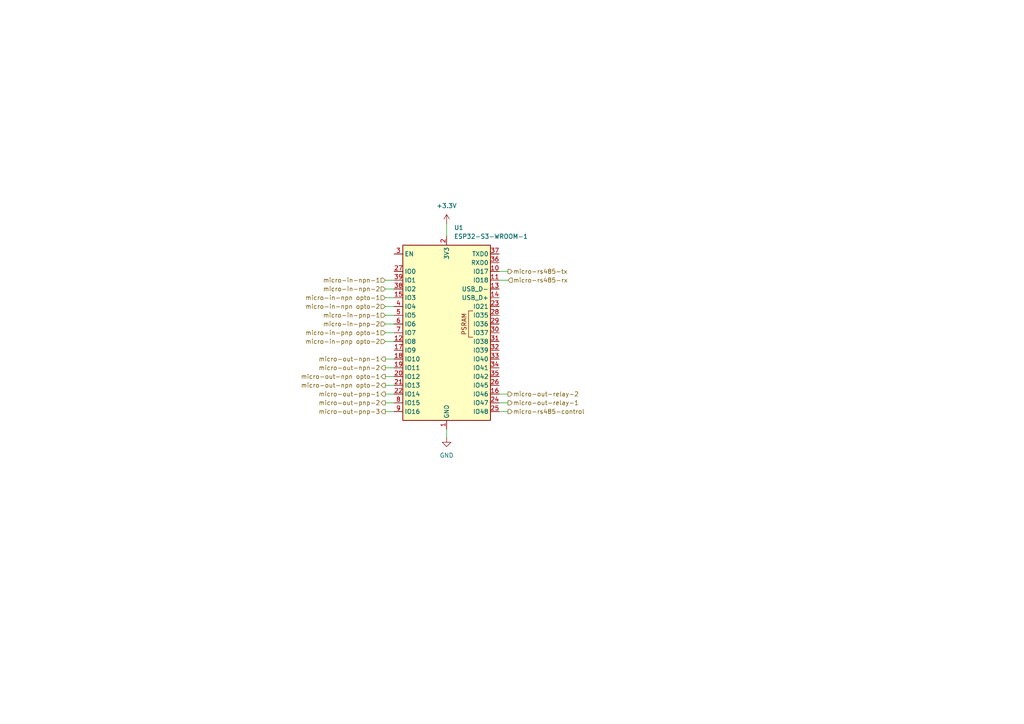
<source format=kicad_sch>
(kicad_sch
	(version 20250114)
	(generator "eeschema")
	(generator_version "9.0")
	(uuid "53eea8a8-a8f2-4e24-90b1-081730e2f4ef")
	(paper "A4")
	(lib_symbols
		(symbol "RF_Module:ESP32-S3-WROOM-1"
			(exclude_from_sim no)
			(in_bom yes)
			(on_board yes)
			(property "Reference" "U"
				(at -12.7 26.67 0)
				(effects
					(font
						(size 1.27 1.27)
					)
				)
			)
			(property "Value" "ESP32-S3-WROOM-1"
				(at 12.7 26.67 0)
				(effects
					(font
						(size 1.27 1.27)
					)
				)
			)
			(property "Footprint" "RF_Module:ESP32-S3-WROOM-1"
				(at 0 2.54 0)
				(effects
					(font
						(size 1.27 1.27)
					)
					(hide yes)
				)
			)
			(property "Datasheet" "https://www.espressif.com/sites/default/files/documentation/esp32-s3-wroom-1_wroom-1u_datasheet_en.pdf"
				(at 0 0 0)
				(effects
					(font
						(size 1.27 1.27)
					)
					(hide yes)
				)
			)
			(property "Description" "RF Module, ESP32-S3 SoC, Wi-Fi 802.11b/g/n, Bluetooth, BLE, 32-bit, 3.3V, onboard antenna, SMD"
				(at 0 0 0)
				(effects
					(font
						(size 1.27 1.27)
					)
					(hide yes)
				)
			)
			(property "ki_keywords" "RF Radio BT ESP ESP32-S3 Espressif onboard PCB antenna"
				(at 0 0 0)
				(effects
					(font
						(size 1.27 1.27)
					)
					(hide yes)
				)
			)
			(property "ki_fp_filters" "ESP32?S3?WROOM?1*"
				(at 0 0 0)
				(effects
					(font
						(size 1.27 1.27)
					)
					(hide yes)
				)
			)
			(symbol "ESP32-S3-WROOM-1_0_0"
				(rectangle
					(start -12.7 25.4)
					(end 12.7 -25.4)
					(stroke
						(width 0.254)
						(type default)
					)
					(fill
						(type background)
					)
				)
				(text "PSRAM"
					(at 5.08 2.54 900)
					(effects
						(font
							(size 1.27 1.27)
						)
					)
				)
			)
			(symbol "ESP32-S3-WROOM-1_0_1"
				(polyline
					(pts
						(xy 7.62 -1.27) (xy 6.35 -1.27) (xy 6.35 6.35) (xy 7.62 6.35)
					)
					(stroke
						(width 0)
						(type default)
					)
					(fill
						(type none)
					)
				)
			)
			(symbol "ESP32-S3-WROOM-1_1_1"
				(pin input line
					(at -15.24 22.86 0)
					(length 2.54)
					(name "EN"
						(effects
							(font
								(size 1.27 1.27)
							)
						)
					)
					(number "3"
						(effects
							(font
								(size 1.27 1.27)
							)
						)
					)
				)
				(pin bidirectional line
					(at -15.24 17.78 0)
					(length 2.54)
					(name "IO0"
						(effects
							(font
								(size 1.27 1.27)
							)
						)
					)
					(number "27"
						(effects
							(font
								(size 1.27 1.27)
							)
						)
					)
				)
				(pin bidirectional line
					(at -15.24 15.24 0)
					(length 2.54)
					(name "IO1"
						(effects
							(font
								(size 1.27 1.27)
							)
						)
					)
					(number "39"
						(effects
							(font
								(size 1.27 1.27)
							)
						)
					)
				)
				(pin bidirectional line
					(at -15.24 12.7 0)
					(length 2.54)
					(name "IO2"
						(effects
							(font
								(size 1.27 1.27)
							)
						)
					)
					(number "38"
						(effects
							(font
								(size 1.27 1.27)
							)
						)
					)
				)
				(pin bidirectional line
					(at -15.24 10.16 0)
					(length 2.54)
					(name "IO3"
						(effects
							(font
								(size 1.27 1.27)
							)
						)
					)
					(number "15"
						(effects
							(font
								(size 1.27 1.27)
							)
						)
					)
				)
				(pin bidirectional line
					(at -15.24 7.62 0)
					(length 2.54)
					(name "IO4"
						(effects
							(font
								(size 1.27 1.27)
							)
						)
					)
					(number "4"
						(effects
							(font
								(size 1.27 1.27)
							)
						)
					)
				)
				(pin bidirectional line
					(at -15.24 5.08 0)
					(length 2.54)
					(name "IO5"
						(effects
							(font
								(size 1.27 1.27)
							)
						)
					)
					(number "5"
						(effects
							(font
								(size 1.27 1.27)
							)
						)
					)
				)
				(pin bidirectional line
					(at -15.24 2.54 0)
					(length 2.54)
					(name "IO6"
						(effects
							(font
								(size 1.27 1.27)
							)
						)
					)
					(number "6"
						(effects
							(font
								(size 1.27 1.27)
							)
						)
					)
				)
				(pin bidirectional line
					(at -15.24 0 0)
					(length 2.54)
					(name "IO7"
						(effects
							(font
								(size 1.27 1.27)
							)
						)
					)
					(number "7"
						(effects
							(font
								(size 1.27 1.27)
							)
						)
					)
				)
				(pin bidirectional line
					(at -15.24 -2.54 0)
					(length 2.54)
					(name "IO8"
						(effects
							(font
								(size 1.27 1.27)
							)
						)
					)
					(number "12"
						(effects
							(font
								(size 1.27 1.27)
							)
						)
					)
				)
				(pin bidirectional line
					(at -15.24 -5.08 0)
					(length 2.54)
					(name "IO9"
						(effects
							(font
								(size 1.27 1.27)
							)
						)
					)
					(number "17"
						(effects
							(font
								(size 1.27 1.27)
							)
						)
					)
				)
				(pin bidirectional line
					(at -15.24 -7.62 0)
					(length 2.54)
					(name "IO10"
						(effects
							(font
								(size 1.27 1.27)
							)
						)
					)
					(number "18"
						(effects
							(font
								(size 1.27 1.27)
							)
						)
					)
				)
				(pin bidirectional line
					(at -15.24 -10.16 0)
					(length 2.54)
					(name "IO11"
						(effects
							(font
								(size 1.27 1.27)
							)
						)
					)
					(number "19"
						(effects
							(font
								(size 1.27 1.27)
							)
						)
					)
				)
				(pin bidirectional line
					(at -15.24 -12.7 0)
					(length 2.54)
					(name "IO12"
						(effects
							(font
								(size 1.27 1.27)
							)
						)
					)
					(number "20"
						(effects
							(font
								(size 1.27 1.27)
							)
						)
					)
				)
				(pin bidirectional line
					(at -15.24 -15.24 0)
					(length 2.54)
					(name "IO13"
						(effects
							(font
								(size 1.27 1.27)
							)
						)
					)
					(number "21"
						(effects
							(font
								(size 1.27 1.27)
							)
						)
					)
				)
				(pin bidirectional line
					(at -15.24 -17.78 0)
					(length 2.54)
					(name "IO14"
						(effects
							(font
								(size 1.27 1.27)
							)
						)
					)
					(number "22"
						(effects
							(font
								(size 1.27 1.27)
							)
						)
					)
				)
				(pin bidirectional line
					(at -15.24 -20.32 0)
					(length 2.54)
					(name "IO15"
						(effects
							(font
								(size 1.27 1.27)
							)
						)
					)
					(number "8"
						(effects
							(font
								(size 1.27 1.27)
							)
						)
					)
				)
				(pin bidirectional line
					(at -15.24 -22.86 0)
					(length 2.54)
					(name "IO16"
						(effects
							(font
								(size 1.27 1.27)
							)
						)
					)
					(number "9"
						(effects
							(font
								(size 1.27 1.27)
							)
						)
					)
				)
				(pin power_in line
					(at 0 27.94 270)
					(length 2.54)
					(name "3V3"
						(effects
							(font
								(size 1.27 1.27)
							)
						)
					)
					(number "2"
						(effects
							(font
								(size 1.27 1.27)
							)
						)
					)
				)
				(pin power_in line
					(at 0 -27.94 90)
					(length 2.54)
					(name "GND"
						(effects
							(font
								(size 1.27 1.27)
							)
						)
					)
					(number "1"
						(effects
							(font
								(size 1.27 1.27)
							)
						)
					)
				)
				(pin passive line
					(at 0 -27.94 90)
					(length 2.54)
					(hide yes)
					(name "GND"
						(effects
							(font
								(size 1.27 1.27)
							)
						)
					)
					(number "40"
						(effects
							(font
								(size 1.27 1.27)
							)
						)
					)
				)
				(pin passive line
					(at 0 -27.94 90)
					(length 2.54)
					(hide yes)
					(name "GND"
						(effects
							(font
								(size 1.27 1.27)
							)
						)
					)
					(number "41"
						(effects
							(font
								(size 1.27 1.27)
							)
						)
					)
				)
				(pin bidirectional line
					(at 15.24 22.86 180)
					(length 2.54)
					(name "TXD0"
						(effects
							(font
								(size 1.27 1.27)
							)
						)
					)
					(number "37"
						(effects
							(font
								(size 1.27 1.27)
							)
						)
					)
				)
				(pin bidirectional line
					(at 15.24 20.32 180)
					(length 2.54)
					(name "RXD0"
						(effects
							(font
								(size 1.27 1.27)
							)
						)
					)
					(number "36"
						(effects
							(font
								(size 1.27 1.27)
							)
						)
					)
				)
				(pin bidirectional line
					(at 15.24 17.78 180)
					(length 2.54)
					(name "IO17"
						(effects
							(font
								(size 1.27 1.27)
							)
						)
					)
					(number "10"
						(effects
							(font
								(size 1.27 1.27)
							)
						)
					)
				)
				(pin bidirectional line
					(at 15.24 15.24 180)
					(length 2.54)
					(name "IO18"
						(effects
							(font
								(size 1.27 1.27)
							)
						)
					)
					(number "11"
						(effects
							(font
								(size 1.27 1.27)
							)
						)
					)
				)
				(pin bidirectional line
					(at 15.24 12.7 180)
					(length 2.54)
					(name "USB_D-"
						(effects
							(font
								(size 1.27 1.27)
							)
						)
					)
					(number "13"
						(effects
							(font
								(size 1.27 1.27)
							)
						)
					)
					(alternate "IO19" bidirectional line)
				)
				(pin bidirectional line
					(at 15.24 10.16 180)
					(length 2.54)
					(name "USB_D+"
						(effects
							(font
								(size 1.27 1.27)
							)
						)
					)
					(number "14"
						(effects
							(font
								(size 1.27 1.27)
							)
						)
					)
					(alternate "IO20" bidirectional line)
				)
				(pin bidirectional line
					(at 15.24 7.62 180)
					(length 2.54)
					(name "IO21"
						(effects
							(font
								(size 1.27 1.27)
							)
						)
					)
					(number "23"
						(effects
							(font
								(size 1.27 1.27)
							)
						)
					)
				)
				(pin bidirectional line
					(at 15.24 5.08 180)
					(length 2.54)
					(name "IO35"
						(effects
							(font
								(size 1.27 1.27)
							)
						)
					)
					(number "28"
						(effects
							(font
								(size 1.27 1.27)
							)
						)
					)
				)
				(pin bidirectional line
					(at 15.24 2.54 180)
					(length 2.54)
					(name "IO36"
						(effects
							(font
								(size 1.27 1.27)
							)
						)
					)
					(number "29"
						(effects
							(font
								(size 1.27 1.27)
							)
						)
					)
				)
				(pin bidirectional line
					(at 15.24 0 180)
					(length 2.54)
					(name "IO37"
						(effects
							(font
								(size 1.27 1.27)
							)
						)
					)
					(number "30"
						(effects
							(font
								(size 1.27 1.27)
							)
						)
					)
				)
				(pin bidirectional line
					(at 15.24 -2.54 180)
					(length 2.54)
					(name "IO38"
						(effects
							(font
								(size 1.27 1.27)
							)
						)
					)
					(number "31"
						(effects
							(font
								(size 1.27 1.27)
							)
						)
					)
				)
				(pin bidirectional line
					(at 15.24 -5.08 180)
					(length 2.54)
					(name "IO39"
						(effects
							(font
								(size 1.27 1.27)
							)
						)
					)
					(number "32"
						(effects
							(font
								(size 1.27 1.27)
							)
						)
					)
				)
				(pin bidirectional line
					(at 15.24 -7.62 180)
					(length 2.54)
					(name "IO40"
						(effects
							(font
								(size 1.27 1.27)
							)
						)
					)
					(number "33"
						(effects
							(font
								(size 1.27 1.27)
							)
						)
					)
				)
				(pin bidirectional line
					(at 15.24 -10.16 180)
					(length 2.54)
					(name "IO41"
						(effects
							(font
								(size 1.27 1.27)
							)
						)
					)
					(number "34"
						(effects
							(font
								(size 1.27 1.27)
							)
						)
					)
				)
				(pin bidirectional line
					(at 15.24 -12.7 180)
					(length 2.54)
					(name "IO42"
						(effects
							(font
								(size 1.27 1.27)
							)
						)
					)
					(number "35"
						(effects
							(font
								(size 1.27 1.27)
							)
						)
					)
				)
				(pin bidirectional line
					(at 15.24 -15.24 180)
					(length 2.54)
					(name "IO45"
						(effects
							(font
								(size 1.27 1.27)
							)
						)
					)
					(number "26"
						(effects
							(font
								(size 1.27 1.27)
							)
						)
					)
				)
				(pin bidirectional line
					(at 15.24 -17.78 180)
					(length 2.54)
					(name "IO46"
						(effects
							(font
								(size 1.27 1.27)
							)
						)
					)
					(number "16"
						(effects
							(font
								(size 1.27 1.27)
							)
						)
					)
				)
				(pin bidirectional line
					(at 15.24 -20.32 180)
					(length 2.54)
					(name "IO47"
						(effects
							(font
								(size 1.27 1.27)
							)
						)
					)
					(number "24"
						(effects
							(font
								(size 1.27 1.27)
							)
						)
					)
				)
				(pin bidirectional line
					(at 15.24 -22.86 180)
					(length 2.54)
					(name "IO48"
						(effects
							(font
								(size 1.27 1.27)
							)
						)
					)
					(number "25"
						(effects
							(font
								(size 1.27 1.27)
							)
						)
					)
				)
			)
			(embedded_fonts no)
		)
		(symbol "power:+3.3V"
			(power)
			(pin_numbers
				(hide yes)
			)
			(pin_names
				(offset 0)
				(hide yes)
			)
			(exclude_from_sim no)
			(in_bom yes)
			(on_board yes)
			(property "Reference" "#PWR"
				(at 0 -3.81 0)
				(effects
					(font
						(size 1.27 1.27)
					)
					(hide yes)
				)
			)
			(property "Value" "+3.3V"
				(at 0 3.556 0)
				(effects
					(font
						(size 1.27 1.27)
					)
				)
			)
			(property "Footprint" ""
				(at 0 0 0)
				(effects
					(font
						(size 1.27 1.27)
					)
					(hide yes)
				)
			)
			(property "Datasheet" ""
				(at 0 0 0)
				(effects
					(font
						(size 1.27 1.27)
					)
					(hide yes)
				)
			)
			(property "Description" "Power symbol creates a global label with name \"+3.3V\""
				(at 0 0 0)
				(effects
					(font
						(size 1.27 1.27)
					)
					(hide yes)
				)
			)
			(property "ki_keywords" "global power"
				(at 0 0 0)
				(effects
					(font
						(size 1.27 1.27)
					)
					(hide yes)
				)
			)
			(symbol "+3.3V_0_1"
				(polyline
					(pts
						(xy -0.762 1.27) (xy 0 2.54)
					)
					(stroke
						(width 0)
						(type default)
					)
					(fill
						(type none)
					)
				)
				(polyline
					(pts
						(xy 0 2.54) (xy 0.762 1.27)
					)
					(stroke
						(width 0)
						(type default)
					)
					(fill
						(type none)
					)
				)
				(polyline
					(pts
						(xy 0 0) (xy 0 2.54)
					)
					(stroke
						(width 0)
						(type default)
					)
					(fill
						(type none)
					)
				)
			)
			(symbol "+3.3V_1_1"
				(pin power_in line
					(at 0 0 90)
					(length 0)
					(name "~"
						(effects
							(font
								(size 1.27 1.27)
							)
						)
					)
					(number "1"
						(effects
							(font
								(size 1.27 1.27)
							)
						)
					)
				)
			)
			(embedded_fonts no)
		)
		(symbol "power:GND"
			(power)
			(pin_numbers
				(hide yes)
			)
			(pin_names
				(offset 0)
				(hide yes)
			)
			(exclude_from_sim no)
			(in_bom yes)
			(on_board yes)
			(property "Reference" "#PWR"
				(at 0 -6.35 0)
				(effects
					(font
						(size 1.27 1.27)
					)
					(hide yes)
				)
			)
			(property "Value" "GND"
				(at 0 -3.81 0)
				(effects
					(font
						(size 1.27 1.27)
					)
				)
			)
			(property "Footprint" ""
				(at 0 0 0)
				(effects
					(font
						(size 1.27 1.27)
					)
					(hide yes)
				)
			)
			(property "Datasheet" ""
				(at 0 0 0)
				(effects
					(font
						(size 1.27 1.27)
					)
					(hide yes)
				)
			)
			(property "Description" "Power symbol creates a global label with name \"GND\" , ground"
				(at 0 0 0)
				(effects
					(font
						(size 1.27 1.27)
					)
					(hide yes)
				)
			)
			(property "ki_keywords" "global power"
				(at 0 0 0)
				(effects
					(font
						(size 1.27 1.27)
					)
					(hide yes)
				)
			)
			(symbol "GND_0_1"
				(polyline
					(pts
						(xy 0 0) (xy 0 -1.27) (xy 1.27 -1.27) (xy 0 -2.54) (xy -1.27 -1.27) (xy 0 -1.27)
					)
					(stroke
						(width 0)
						(type default)
					)
					(fill
						(type none)
					)
				)
			)
			(symbol "GND_1_1"
				(pin power_in line
					(at 0 0 270)
					(length 0)
					(name "~"
						(effects
							(font
								(size 1.27 1.27)
							)
						)
					)
					(number "1"
						(effects
							(font
								(size 1.27 1.27)
							)
						)
					)
				)
			)
			(embedded_fonts no)
		)
	)
	(wire
		(pts
			(xy 144.78 78.74) (xy 147.32 78.74)
		)
		(stroke
			(width 0)
			(type default)
		)
		(uuid "343ce293-1913-49bb-8cab-30df3dbbbdd5")
	)
	(wire
		(pts
			(xy 129.54 64.77) (xy 129.54 68.58)
		)
		(stroke
			(width 0)
			(type default)
		)
		(uuid "41a972a7-74fa-4fa9-9e94-9bb15c2dcd26")
	)
	(wire
		(pts
			(xy 111.76 83.82) (xy 114.3 83.82)
		)
		(stroke
			(width 0)
			(type default)
		)
		(uuid "4a2b865e-fe7f-4322-aae9-4ce83cb7c361")
	)
	(wire
		(pts
			(xy 111.76 104.14) (xy 114.3 104.14)
		)
		(stroke
			(width 0)
			(type default)
		)
		(uuid "5214c0d0-f884-42a4-9d8b-2fc268c93d74")
	)
	(wire
		(pts
			(xy 111.76 96.52) (xy 114.3 96.52)
		)
		(stroke
			(width 0)
			(type default)
		)
		(uuid "88c52df9-6d3b-4204-b399-9cc3fb294ac8")
	)
	(wire
		(pts
			(xy 111.76 106.68) (xy 114.3 106.68)
		)
		(stroke
			(width 0)
			(type default)
		)
		(uuid "9444ff10-bd96-45de-a90d-af58c89e2a99")
	)
	(wire
		(pts
			(xy 144.78 114.3) (xy 147.32 114.3)
		)
		(stroke
			(width 0)
			(type default)
		)
		(uuid "9d25c0e0-e119-46c6-bc07-51738462bc0c")
	)
	(wire
		(pts
			(xy 111.76 91.44) (xy 114.3 91.44)
		)
		(stroke
			(width 0)
			(type default)
		)
		(uuid "a08216c5-3751-4165-bfcb-1ea6626dab90")
	)
	(wire
		(pts
			(xy 111.76 99.06) (xy 114.3 99.06)
		)
		(stroke
			(width 0)
			(type default)
		)
		(uuid "ab036c01-9110-4cfb-813f-d80fe866b26e")
	)
	(wire
		(pts
			(xy 111.76 116.84) (xy 114.3 116.84)
		)
		(stroke
			(width 0)
			(type default)
		)
		(uuid "abcb6d7e-0552-478c-a133-38489d2a75b7")
	)
	(wire
		(pts
			(xy 111.76 81.28) (xy 114.3 81.28)
		)
		(stroke
			(width 0)
			(type default)
		)
		(uuid "ad7e170a-7e2f-4af1-bb21-49cf82972540")
	)
	(wire
		(pts
			(xy 129.54 124.46) (xy 129.54 127)
		)
		(stroke
			(width 0)
			(type default)
		)
		(uuid "b5066c92-8819-476e-8d32-4fc072634cec")
	)
	(wire
		(pts
			(xy 111.76 109.22) (xy 114.3 109.22)
		)
		(stroke
			(width 0)
			(type default)
		)
		(uuid "c5a21734-255f-463e-8f8d-e56b3a2cd3db")
	)
	(wire
		(pts
			(xy 111.76 86.36) (xy 114.3 86.36)
		)
		(stroke
			(width 0)
			(type default)
		)
		(uuid "cb3b0c40-68d3-49a7-9272-d4f08f8c7811")
	)
	(wire
		(pts
			(xy 144.78 116.84) (xy 147.32 116.84)
		)
		(stroke
			(width 0)
			(type default)
		)
		(uuid "d669c14d-47a9-48ce-bf46-20c84f0b5912")
	)
	(wire
		(pts
			(xy 111.76 119.38) (xy 114.3 119.38)
		)
		(stroke
			(width 0)
			(type default)
		)
		(uuid "d9fe2e5a-e68d-4369-ae62-939903e6a375")
	)
	(wire
		(pts
			(xy 144.78 119.38) (xy 147.32 119.38)
		)
		(stroke
			(width 0)
			(type default)
		)
		(uuid "dfc38459-d10d-4b88-8493-9efc5c49b290")
	)
	(wire
		(pts
			(xy 144.78 81.28) (xy 147.32 81.28)
		)
		(stroke
			(width 0)
			(type default)
		)
		(uuid "eb517170-f9b6-41c5-9ae3-8835c07bd896")
	)
	(wire
		(pts
			(xy 111.76 111.76) (xy 114.3 111.76)
		)
		(stroke
			(width 0)
			(type default)
		)
		(uuid "f027931d-876f-4e00-acb4-04f145592fab")
	)
	(wire
		(pts
			(xy 111.76 88.9) (xy 114.3 88.9)
		)
		(stroke
			(width 0)
			(type default)
		)
		(uuid "f23e876f-d059-418b-9022-532cd34c860c")
	)
	(wire
		(pts
			(xy 111.76 114.3) (xy 114.3 114.3)
		)
		(stroke
			(width 0)
			(type default)
		)
		(uuid "f2805e55-0ba3-4ae8-8696-b60d5398252d")
	)
	(wire
		(pts
			(xy 111.76 93.98) (xy 114.3 93.98)
		)
		(stroke
			(width 0)
			(type default)
		)
		(uuid "f983cecc-7ee2-476f-8c97-c5948b726b25")
	)
	(hierarchical_label "micro-in-pnp opto-2"
		(shape input)
		(at 111.76 99.06 180)
		(effects
			(font
				(size 1.27 1.27)
			)
			(justify right)
		)
		(uuid "027d14ca-8e92-4895-955d-38b60dc0d74d")
	)
	(hierarchical_label "micro-in-pnp-2"
		(shape input)
		(at 111.76 93.98 180)
		(effects
			(font
				(size 1.27 1.27)
			)
			(justify right)
		)
		(uuid "0bdb100d-0471-4941-96f1-c04aea6aaec3")
	)
	(hierarchical_label "micro-out-npn opto-2"
		(shape output)
		(at 111.76 111.76 180)
		(effects
			(font
				(size 1.27 1.27)
			)
			(justify right)
		)
		(uuid "2f2db001-39b6-422d-b53e-2c14585ac9ea")
	)
	(hierarchical_label "micro-out-npn-1"
		(shape output)
		(at 111.76 104.14 180)
		(effects
			(font
				(size 1.27 1.27)
			)
			(justify right)
		)
		(uuid "3690e6f9-6436-49ab-bfe1-4813b2aa088b")
	)
	(hierarchical_label "micro-rs485-control"
		(shape output)
		(at 147.32 119.38 0)
		(effects
			(font
				(size 1.27 1.27)
			)
			(justify left)
		)
		(uuid "487467d1-cb89-4cf1-9f95-49d4721d744b")
	)
	(hierarchical_label "micro-in-npn opto-1"
		(shape input)
		(at 111.76 86.36 180)
		(effects
			(font
				(size 1.27 1.27)
			)
			(justify right)
		)
		(uuid "6e676b5a-d20d-4828-b4a0-df8c5a9fcbe5")
	)
	(hierarchical_label "micro-out-pnp-2"
		(shape output)
		(at 111.76 116.84 180)
		(effects
			(font
				(size 1.27 1.27)
			)
			(justify right)
		)
		(uuid "8ae951ae-b3cc-4a79-a1df-2069c62c6c63")
	)
	(hierarchical_label "micro-in-npn opto-2"
		(shape input)
		(at 111.76 88.9 180)
		(effects
			(font
				(size 1.27 1.27)
			)
			(justify right)
		)
		(uuid "9a3cbf34-e132-48e7-ace2-3f42de5830d6")
	)
	(hierarchical_label "micro-in-npn-1"
		(shape input)
		(at 111.76 81.28 180)
		(effects
			(font
				(size 1.27 1.27)
			)
			(justify right)
		)
		(uuid "a2fcd56e-dabf-4619-8cc6-7808a13c5738")
	)
	(hierarchical_label "micro-out-npn opto-1"
		(shape output)
		(at 111.76 109.22 180)
		(effects
			(font
				(size 1.27 1.27)
			)
			(justify right)
		)
		(uuid "a735f74a-17eb-4b23-a249-65b1c924aa15")
	)
	(hierarchical_label "micro-out-npn-2"
		(shape output)
		(at 111.76 106.68 180)
		(effects
			(font
				(size 1.27 1.27)
			)
			(justify right)
		)
		(uuid "ae144cc8-a5da-4f95-b8e5-44ae6c95b4d1")
	)
	(hierarchical_label "micro-in-pnp opto-1"
		(shape input)
		(at 111.76 96.52 180)
		(effects
			(font
				(size 1.27 1.27)
			)
			(justify right)
		)
		(uuid "c2565efa-daeb-4dac-8774-8504ed66242b")
	)
	(hierarchical_label "micro-out-pnp-3"
		(shape output)
		(at 111.76 119.38 180)
		(effects
			(font
				(size 1.27 1.27)
			)
			(justify right)
		)
		(uuid "c342f119-e6b1-45a2-abdf-a75238178e6f")
	)
	(hierarchical_label "micro-rs485-rx"
		(shape input)
		(at 147.32 81.28 0)
		(effects
			(font
				(size 1.27 1.27)
			)
			(justify left)
		)
		(uuid "c6959579-cb91-4711-8a78-a71be21b1190")
	)
	(hierarchical_label "micro-out-pnp-1"
		(shape output)
		(at 111.76 114.3 180)
		(effects
			(font
				(size 1.27 1.27)
			)
			(justify right)
		)
		(uuid "d63c2165-0f45-43d1-984f-9666d6d8ec6d")
	)
	(hierarchical_label "micro-out-relay-1"
		(shape output)
		(at 147.32 116.84 0)
		(effects
			(font
				(size 1.27 1.27)
			)
			(justify left)
		)
		(uuid "e51929a8-0c15-48a5-ba18-ce00ec17a8ca")
	)
	(hierarchical_label "micro-in-pnp-1"
		(shape input)
		(at 111.76 91.44 180)
		(effects
			(font
				(size 1.27 1.27)
			)
			(justify right)
		)
		(uuid "e5ad8fe8-93c6-4969-9c5c-d3ae83a60272")
	)
	(hierarchical_label "micro-out-relay-2"
		(shape output)
		(at 147.32 114.3 0)
		(effects
			(font
				(size 1.27 1.27)
			)
			(justify left)
		)
		(uuid "e8ce66bb-8bd6-41e3-8b0e-67f295f5facb")
	)
	(hierarchical_label "micro-rs485-tx"
		(shape output)
		(at 147.32 78.74 0)
		(effects
			(font
				(size 1.27 1.27)
			)
			(justify left)
		)
		(uuid "f1efeb62-6598-417b-a5bc-8dd3b4367988")
	)
	(hierarchical_label "micro-in-npn-2"
		(shape input)
		(at 111.76 83.82 180)
		(effects
			(font
				(size 1.27 1.27)
			)
			(justify right)
		)
		(uuid "f57d8928-520a-4313-9122-4a46b1141a75")
	)
	(symbol
		(lib_id "RF_Module:ESP32-S3-WROOM-1")
		(at 129.54 96.52 0)
		(unit 1)
		(exclude_from_sim no)
		(in_bom yes)
		(on_board yes)
		(dnp no)
		(fields_autoplaced yes)
		(uuid "709e23fc-0f60-46ec-9447-b439b6acada9")
		(property "Reference" "U1"
			(at 131.6833 66.04 0)
			(effects
				(font
					(size 1.27 1.27)
				)
				(justify left)
			)
		)
		(property "Value" "ESP32-S3-WROOM-1"
			(at 131.6833 68.58 0)
			(effects
				(font
					(size 1.27 1.27)
				)
				(justify left)
			)
		)
		(property "Footprint" "PCM_SL_Development_Boards:DOIT_ESP32_DEVKIT_36Pins"
			(at 129.54 93.98 0)
			(effects
				(font
					(size 1.27 1.27)
				)
				(hide yes)
			)
		)
		(property "Datasheet" "https://www.espressif.com/sites/default/files/documentation/esp32-s3-wroom-1_wroom-1u_datasheet_en.pdf"
			(at 129.54 96.52 0)
			(effects
				(font
					(size 1.27 1.27)
				)
				(hide yes)
			)
		)
		(property "Description" "RF Module, ESP32-S3 SoC, Wi-Fi 802.11b/g/n, Bluetooth, BLE, 32-bit, 3.3V, onboard antenna, SMD"
			(at 129.54 96.52 0)
			(effects
				(font
					(size 1.27 1.27)
				)
				(hide yes)
			)
		)
		(pin "3"
			(uuid "34b091ce-3b0b-4b30-8183-f411c20507ef")
		)
		(pin "12"
			(uuid "d9f8ce9c-7c7c-4e95-a88a-3cd877ac878a")
		)
		(pin "27"
			(uuid "af65d796-5748-42be-8010-e27aca00b326")
		)
		(pin "39"
			(uuid "88a0dd0f-709b-4ad1-9bf2-b735cb4e45f8")
		)
		(pin "38"
			(uuid "f3b1774e-b42e-4cad-a1e8-b6c17017d370")
		)
		(pin "15"
			(uuid "edae0a46-b8d1-4698-b470-f1b428a095c0")
		)
		(pin "4"
			(uuid "5cb16ea6-fda1-4ec6-b6c1-325a917f246f")
		)
		(pin "5"
			(uuid "28bedc29-def4-40b8-a1c9-d2173a2f6ef0")
		)
		(pin "6"
			(uuid "ac72bac2-dda1-4687-97c2-d84dad2b5033")
		)
		(pin "7"
			(uuid "aba5dead-2071-4a0a-a197-f59cfd8f0209")
		)
		(pin "13"
			(uuid "4d763109-9f20-4387-b326-49bfb77f39d6")
		)
		(pin "23"
			(uuid "264d4966-f25b-430b-8744-708545422b80")
		)
		(pin "29"
			(uuid "c3daf21b-7f54-455a-bd2d-1d2e1b97c612")
		)
		(pin "40"
			(uuid "bae4ccd0-fb58-4b84-b350-503ffb0eef45")
		)
		(pin "19"
			(uuid "ed855725-c599-46b2-a168-a32656333cce")
		)
		(pin "18"
			(uuid "f8109812-e7b0-4275-90f0-eefd82bd1d87")
		)
		(pin "22"
			(uuid "59c02adb-d4d4-4d5b-bd44-9c3240744c1e")
		)
		(pin "1"
			(uuid "dca49d20-b49e-4e61-a881-786197d027ac")
		)
		(pin "41"
			(uuid "32fbba06-8426-412a-a337-daaf703d7905")
		)
		(pin "37"
			(uuid "48b57d69-c5db-478f-a47c-5f677d254e14")
		)
		(pin "20"
			(uuid "19b94a88-c1a5-4fec-a1e3-b12e8251b9cc")
		)
		(pin "21"
			(uuid "3b712e05-ae7d-4a8d-9d78-fe922c5c439d")
		)
		(pin "9"
			(uuid "45c68b1d-7bef-4992-9f8b-18e8bdc108ce")
		)
		(pin "17"
			(uuid "1c8eb3f3-b0e9-4740-99fd-1aa1c86184fc")
		)
		(pin "2"
			(uuid "7dd1486e-abca-4d7f-8d26-cd7f8a71e425")
		)
		(pin "10"
			(uuid "c60cf6fa-05a2-4fa1-92b3-803f50072e46")
		)
		(pin "8"
			(uuid "134390f7-9c22-482d-a690-556d253b646d")
		)
		(pin "11"
			(uuid "ed0cb5d7-3951-4c0b-adaa-9133a8fc3b24")
		)
		(pin "36"
			(uuid "4876a829-a6c2-49a9-9286-c9de96e3e820")
		)
		(pin "14"
			(uuid "4794998a-d223-453d-9b64-c08fe801e4ee")
		)
		(pin "28"
			(uuid "1a0d2b96-be72-4ddb-a54c-b81b92fe1130")
		)
		(pin "30"
			(uuid "18001f06-ea66-4b2b-a649-c7b3d79d720e")
		)
		(pin "31"
			(uuid "f99040e0-cbb1-46c1-996c-61bb3d66b4a4")
		)
		(pin "32"
			(uuid "f794104a-725f-49b0-9064-acefad9602a0")
		)
		(pin "24"
			(uuid "51eec915-b9bc-4d06-9816-771b330e7579")
		)
		(pin "33"
			(uuid "38395b83-06c3-4c95-917b-81ffc83c873f")
		)
		(pin "25"
			(uuid "77f840e5-0c85-4f91-b894-7d7a499b21a1")
		)
		(pin "16"
			(uuid "f03093ee-eec9-4a4d-a271-f168c355e425")
		)
		(pin "34"
			(uuid "911e6460-07b3-49bd-ac8b-dc6b05e3dc1c")
		)
		(pin "26"
			(uuid "d63b0f1c-662c-42e8-9146-69785511a110")
		)
		(pin "35"
			(uuid "bb7d7815-9c92-41b4-aa13-0cd5a957a224")
		)
		(instances
			(project ""
				(path "/65c875c0-73bd-43df-b6cd-4a685398cace/3b453a73-5bb7-4645-a7e8-6e186968fa05/677b1a53-9a61-4664-8076-5db4c5298998"
					(reference "U1")
					(unit 1)
				)
			)
		)
	)
	(symbol
		(lib_id "power:+3.3V")
		(at 129.54 64.77 0)
		(unit 1)
		(exclude_from_sim no)
		(in_bom yes)
		(on_board yes)
		(dnp no)
		(fields_autoplaced yes)
		(uuid "96322361-848f-484e-a517-829edd4e90c0")
		(property "Reference" "#PWR03"
			(at 129.54 68.58 0)
			(effects
				(font
					(size 1.27 1.27)
				)
				(hide yes)
			)
		)
		(property "Value" "+3.3V"
			(at 129.54 59.69 0)
			(effects
				(font
					(size 1.27 1.27)
				)
			)
		)
		(property "Footprint" ""
			(at 129.54 64.77 0)
			(effects
				(font
					(size 1.27 1.27)
				)
				(hide yes)
			)
		)
		(property "Datasheet" ""
			(at 129.54 64.77 0)
			(effects
				(font
					(size 1.27 1.27)
				)
				(hide yes)
			)
		)
		(property "Description" "Power symbol creates a global label with name \"+3.3V\""
			(at 129.54 64.77 0)
			(effects
				(font
					(size 1.27 1.27)
				)
				(hide yes)
			)
		)
		(pin "1"
			(uuid "b96e854e-a43c-42c4-ace9-c6d7e48a0f4b")
		)
		(instances
			(project ""
				(path "/65c875c0-73bd-43df-b6cd-4a685398cace/3b453a73-5bb7-4645-a7e8-6e186968fa05/677b1a53-9a61-4664-8076-5db4c5298998"
					(reference "#PWR03")
					(unit 1)
				)
			)
		)
	)
	(symbol
		(lib_id "power:GND")
		(at 129.54 127 0)
		(unit 1)
		(exclude_from_sim no)
		(in_bom yes)
		(on_board yes)
		(dnp no)
		(fields_autoplaced yes)
		(uuid "b02c3a5e-ce61-4837-86c8-f2f4dc34fb6d")
		(property "Reference" "#PWR02"
			(at 129.54 133.35 0)
			(effects
				(font
					(size 1.27 1.27)
				)
				(hide yes)
			)
		)
		(property "Value" "GND"
			(at 129.54 132.08 0)
			(effects
				(font
					(size 1.27 1.27)
				)
			)
		)
		(property "Footprint" ""
			(at 129.54 127 0)
			(effects
				(font
					(size 1.27 1.27)
				)
				(hide yes)
			)
		)
		(property "Datasheet" ""
			(at 129.54 127 0)
			(effects
				(font
					(size 1.27 1.27)
				)
				(hide yes)
			)
		)
		(property "Description" "Power symbol creates a global label with name \"GND\" , ground"
			(at 129.54 127 0)
			(effects
				(font
					(size 1.27 1.27)
				)
				(hide yes)
			)
		)
		(pin "1"
			(uuid "83a542be-7bbd-405b-aa2c-e9e613c95b16")
		)
		(instances
			(project ""
				(path "/65c875c0-73bd-43df-b6cd-4a685398cace/3b453a73-5bb7-4645-a7e8-6e186968fa05/677b1a53-9a61-4664-8076-5db4c5298998"
					(reference "#PWR02")
					(unit 1)
				)
			)
		)
	)
)

</source>
